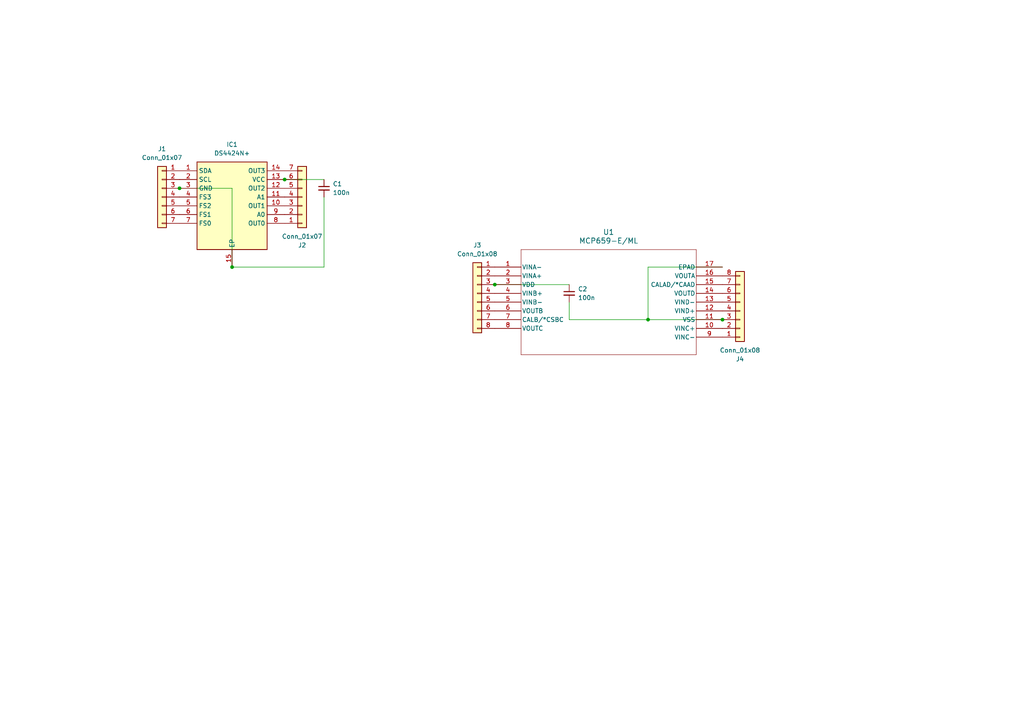
<source format=kicad_sch>
(kicad_sch (version 20250114) (generator "eeschema") (generator_version "9.0")
  (paper "A4")
  (lib_symbols
    (symbol "Connector_Generic:Conn_01x07" (pin_names (offset 1.016) (hide yes))
      (property "Reference" "J" (at 0 10.16 0))
      (property "Value" "Conn_01x07" (at 0 -10.16 0))
      (symbol "Conn_01x07_1_1"
        (rectangle (start -1.27 8.89) (end 1.27 -8.89) (stroke (width 0.254)) (fill (type background)))
        (rectangle (start -1.27 7.747) (end 0 7.493) (stroke (width 0.1524)))
        (rectangle (start -1.27 5.207) (end 0 4.953) (stroke (width 0.1524)))
        (rectangle (start -1.27 2.667) (end 0 2.413) (stroke (width 0.1524)))
        (rectangle (start -1.27 0.127) (end 0 -0.127) (stroke (width 0.1524)))
        (rectangle (start -1.27 -2.413) (end 0 -2.667) (stroke (width 0.1524)))
        (rectangle (start -1.27 -4.953) (end 0 -5.207) (stroke (width 0.1524)))
        (rectangle (start -1.27 -7.493) (end 0 -7.747) (stroke (width 0.1524)))
        (pin passive line (at -5.08 7.62 0) (length 3.81) (name "Pin_1") (number "1"))
        (pin passive line (at -5.08 5.08 0) (length 3.81) (name "Pin_2") (number "2"))
        (pin passive line (at -5.08 2.54 0) (length 3.81) (name "Pin_3") (number "3"))
        (pin passive line (at -5.08 0 0) (length 3.81) (name "Pin_4") (number "4"))
        (pin passive line (at -5.08 -2.54 0) (length 3.81) (name "Pin_5") (number "5"))
        (pin passive line (at -5.08 -5.08 0) (length 3.81) (name "Pin_6") (number "6"))
        (pin passive line (at -5.08 -7.62 0) (length 3.81) (name "Pin_7") (number "7"))
      )
    )
    (symbol "Connector_Generic:Conn_01x08" (pin_names (offset 1.016) (hide yes))
      (property "Reference" "J" (at 0 10.16 0))
      (property "Value" "Conn_01x08" (at 0 -12.7 0))
      (symbol "Conn_01x08_1_1"
        (rectangle (start -1.27 8.89) (end 1.27 -11.43) (stroke (width 0.254)) (fill (type background)))
        (rectangle (start -1.27 7.747) (end 0 7.493) (stroke (width 0.1524)))
        (rectangle (start -1.27 5.207) (end 0 4.953) (stroke (width 0.1524)))
        (rectangle (start -1.27 2.667) (end 0 2.413) (stroke (width 0.1524)))
        (rectangle (start -1.27 0.127) (end 0 -0.127) (stroke (width 0.1524)))
        (rectangle (start -1.27 -2.413) (end 0 -2.667) (stroke (width 0.1524)))
        (rectangle (start -1.27 -4.953) (end 0 -5.207) (stroke (width 0.1524)))
        (rectangle (start -1.27 -7.493) (end 0 -7.747) (stroke (width 0.1524)))
        (rectangle (start -1.27 -10.033) (end 0 -10.287) (stroke (width 0.1524)))
        (pin passive line (at -5.08 7.62 0) (length 3.81) (name "Pin_1") (number "1"))
        (pin passive line (at -5.08 5.08 0) (length 3.81) (name "Pin_2") (number "2"))
        (pin passive line (at -5.08 2.54 0) (length 3.81) (name "Pin_3") (number "3"))
        (pin passive line (at -5.08 0 0) (length 3.81) (name "Pin_4") (number "4"))
        (pin passive line (at -5.08 -2.54 0) (length 3.81) (name "Pin_5") (number "5"))
        (pin passive line (at -5.08 -5.08 0) (length 3.81) (name "Pin_6") (number "6"))
        (pin passive line (at -5.08 -7.62 0) (length 3.81) (name "Pin_7") (number "7"))
        (pin passive line (at -5.08 -10.16 0) (length 3.81) (name "Pin_8") (number "8"))
      )
    )
    (symbol "DS4424N+:DS4424N+"
      (property "Reference" "IC" (at 26.67 7.62 0))
      (property "Value" "DS4424N+" (at 26.67 5.08 0))
      (symbol "DS4424N+_1_1"
        (rectangle (start 5.08 2.54) (end 25.4 -22.86) (stroke (width 0.254)) (fill (type background)))
        (pin passive line (at 0 0 0) (length 5.08) (name "SDA") (number "1"))
        (pin passive line (at 0 -2.54 0) (length 5.08) (name "SCL") (number "2"))
        (pin passive line (at 0 -5.08 0) (length 5.08) (name "GND") (number "3"))
        (pin passive line (at 0 -7.62 0) (length 5.08) (name "FS3") (number "4"))
        (pin passive line (at 0 -10.16 0) (length 5.08) (name "FS2") (number "5"))
        (pin passive line (at 0 -12.7 0) (length 5.08) (name "FS1") (number "6"))
        (pin passive line (at 0 -15.24 0) (length 5.08) (name "FS0") (number "7"))
        (pin passive line (at 15.24 -27.94 90) (length 5.08) (name "EP") (number "15"))
        (pin passive line (at 30.48 0 180) (length 5.08) (name "OUT3") (number "14"))
        (pin passive line (at 30.48 -2.54 180) (length 5.08) (name "VCC") (number "13"))
        (pin passive line (at 30.48 -5.08 180) (length 5.08) (name "OUT2") (number "12"))
        (pin passive line (at 30.48 -7.62 180) (length 5.08) (name "A1") (number "11"))
        (pin passive line (at 30.48 -10.16 180) (length 5.08) (name "OUT1") (number "10"))
        (pin passive line (at 30.48 -12.7 180) (length 5.08) (name "A0") (number "9"))
        (pin passive line (at 30.48 -15.24 180) (length 5.08) (name "OUT0") (number "8"))
      )
    )
    (symbol "Device:C_Small" (pin_numbers (hide yes)) (pin_names (offset 0.254) (hide yes))
      (property "Reference" "C" (at 0.254 1.778 0))
      (property "Value" "C_Small" (at 0.254 -2.032 0))
      (symbol "C_Small_0_1"
        (polyline (pts (xy -1.524 0.508) (xy 1.524 0.508)) (stroke (width 0.3048)))
        (polyline (pts (xy -1.524 -0.508) (xy 1.524 -0.508)) (stroke (width 0.3302)))
      )
      (symbol "C_Small_1_1"
        (pin passive line (at 0 2.54 270) (length 2.032) (name "~") (number "1"))
        (pin passive line (at 0 -2.54 90) (length 2.032) (name "~") (number "2"))
      )
    )
    (symbol "MCP659-E-ML:MCP659-E_ML" (pin_names (offset 0.254))
      (property "Reference" "U1" (at 33.02 10.16 0))
      (property "Value" "MCP659-E/ML" (at 33.02 7.62 0))
      (symbol "MCP659-E_ML_0_1"
        (polyline (pts (xy 7.62 5.08) (xy 7.62 -25.4)) (stroke (width 0.127)))
        (polyline (pts (xy 7.62 -25.4) (xy 58.42 -25.4)) (stroke (width 0.127)))
        (polyline (pts (xy 58.42 5.08) (xy 7.62 5.08)) (stroke (width 0.127)))
        (polyline (pts (xy 58.42 -25.4) (xy 58.42 5.08)) (stroke (width 0.127)))
        (pin input line (at 0 0 0) (length 7.62) (name "VINA-") (number "1"))
        (pin input line (at 0 -2.54 0) (length 7.62) (name "VINA+") (number "2"))
        (pin power_in line (at 0 -5.08 0) (length 7.62) (name "VDD") (number "3"))
        (pin input line (at 0 -7.62 0) (length 7.62) (name "VINB+") (number "4"))
        (pin input line (at 0 -10.16 0) (length 7.62) (name "VINB-") (number "5"))
        (pin output line (at 0 -12.7 0) (length 7.62) (name "VOUTB") (number "6"))
        (pin unspecified line (at 0 -15.24 0) (length 7.62) (name "CALB/*CSBC") (number "7"))
        (pin output line (at 0 -17.78 0) (length 7.62) (name "VOUTC") (number "8"))
        (pin output line (at 66.04 -2.54 180) (length 7.62) (name "VOUTA") (number "16"))
        (pin unspecified line (at 66.04 -5.08 180) (length 7.62) (name "CALAD/*CAAD") (number "15"))
        (pin output line (at 66.04 -7.62 180) (length 7.62) (name "VOUTD") (number "14"))
        (pin input line (at 66.04 -10.16 180) (length 7.62) (name "VIND-") (number "13"))
        (pin input line (at 66.04 -12.7 180) (length 7.62) (name "VIND+") (number "12"))
        (pin power_in line (at 66.04 -15.24 180) (length 7.62) (name "VSS") (number "11"))
        (pin input line (at 66.04 -17.78 180) (length 7.62) (name "VINC+") (number "10"))
        (pin input line (at 66.04 -20.32 180) (length 7.62) (name "VINC-") (number "9"))
      )
      (symbol "MCP659-E_ML_1_1"
        (pin unspecified line (at 66.04 0 180) (length 7.62) (name "EPAD") (number "17"))
      )
    )
  )
  (junction (at 67.31 77.47))
  (junction (at 143.51 82.55))
  (junction (at 52.07 54.61))
  (junction (at 209.55 92.71))
  (junction (at 187.96 92.71))
  (junction (at 82.55 52.07))
  (wire (pts (xy 187.96 92.71) (xy 209.55 92.71)))
  (wire (pts (xy 165.1 87.63) (xy 165.1 92.71)))
  (wire (pts (xy 82.55 52.07) (xy 93.98 52.07)))
  (wire (pts (xy 67.31 77.47) (xy 67.31 54.61)))
  (wire (pts (xy 165.1 92.71) (xy 187.96 92.71)))
  (wire (pts (xy 93.98 77.47) (xy 67.31 77.47)))
  (wire (pts (xy 143.51 82.55) (xy 165.1 82.55)))
  (wire (pts (xy 67.31 54.61) (xy 52.07 54.61)))
  (wire (pts (xy 93.98 57.15) (xy 93.98 77.47)))
  (wire (pts (xy 187.96 77.47) (xy 187.96 92.71)))
  (wire (pts (xy 209.55 77.47) (xy 187.96 77.47)))
  (symbol (lib_id "Device:C_Small") (at 93.98 54.61 0) (unit 1)
    (property "Reference" "C1" (at 96.52 53.3462 0) (effects (justify left)))
    (property "Value" "100n" (at 96.52 55.8862 0) (effects (justify left)))
    (property "Footprint" "Capacitor_SMD:C_0402_1005Metric" (effects (hide yes)))
    (property "Description" "Unpolarized capacitor, small symbol" (effects (hide yes)))
  )
  (symbol (lib_id "Connector_Generic:Conn_01x08") (at 214.63 90.17 0) (mirror x) (unit 1)
    (property "Reference" "J4" (at 214.63 104.14 0))
    (property "Value" "Conn_01x08" (at 214.63 101.6 0))
    (property "Footprint" "Connector_PinHeader_2.54mm:PinHeader_1x08_P2.54mm_Vertical" (effects (hide yes)))
    (property "Description" "Generic connector, single row, 01x08, script generated (kicad-library-utils/schlib/autogen/connector/)" (effects (hide yes)))
  )
  (symbol (lib_id "Connector_Generic:Conn_01x08") (at 138.43 85.09 0) (mirror y) (unit 1)
    (property "Reference" "J3" (at 138.43 71.12 0))
    (property "Value" "Conn_01x08" (at 138.43 73.66 0))
    (property "Footprint" "Connector_PinHeader_2.54mm:PinHeader_1x08_P2.54mm_Vertical" (effects (hide yes)))
    (property "Description" "Generic connector, single row, 01x08, script generated (kicad-library-utils/schlib/autogen/connector/)" (effects (hide yes)))
  )
  (symbol (lib_id "Connector_Generic:Conn_01x07") (at 46.99 57.15 0) (mirror y) (unit 1)
    (property "Reference" "J1" (at 46.99 43.18 0))
    (property "Value" "Conn_01x07" (at 46.99 45.72 0))
    (property "Footprint" "Connector_PinHeader_2.54mm:PinHeader_1x07_P2.54mm_Vertical" (effects (hide yes)))
    (property "Description" "Generic connector, single row, 01x07, script generated (kicad-library-utils/schlib/autogen/connector/)" (effects (hide yes)))
  )
  (symbol (lib_id "Connector_Generic:Conn_01x07") (at 87.63 57.15 0) (mirror x) (unit 1)
    (property "Reference" "J2" (at 87.63 71.12 0))
    (property "Value" "Conn_01x07" (at 87.63 68.58 0))
    (property "Footprint" "Connector_PinHeader_2.54mm:PinHeader_1x07_P2.54mm_Vertical" (effects (hide yes)))
    (property "Description" "Generic connector, single row, 01x07, script generated (kicad-library-utils/schlib/autogen/connector/)" (effects (hide yes)))
  )
  (symbol (lib_id "DS4424N+:DS4424N+") (at 52.07 49.53 0) (unit 1)
    (property "Reference" "IC1" (at 67.31 41.91 0))
    (property "Value" "DS4424N+" (at 67.31 44.45 0))
    (property "Footprint" "DS4424N+:SON40P300X300X80-15N" (effects (hide yes)))
    (property "Datasheet" "https://pdfserv.maximintegrated.com/en/ds/DS4422-DS4424.pdf" (effects (hide yes)))
    (property "Description" "MAXIM INTEGRATED PRODUCTS - DS4424N+ - Digital to Analogue Converter, Programmable Sink/Source Current, 7 bit, I2C, 2.7V to 5.5V, TDFN" (effects (hide yes)))
    (property "Height" "0.8" (effects (hide yes)))
    (property "Manufacturer_Name" "Analog Devices" (effects (hide yes)))
    (property "Manufacturer_Part_Number" "DS4424N+" (effects (hide yes)))
    (property "Mouser Part Number" "700-DS4424N" (effects (hide yes)))
    (property "Mouser Price/Stock" "https://www.mouser.co.uk/ProductDetail/Analog-Devices-Maxim-Integrated/DS4424N%2b?qs=wTZ%2FFzl837Z0lhNFCWH61w%3D%3D" (effects (hide yes)))
    (property "Arrow Part Number" "DS4424N+" (effects (hide yes)))
    (property "Arrow Price/Stock" "https://www.arrow.com/en/products/ds4424n/analog-devices?region=nac" (effects (hide yes)))
  )
  (symbol (lib_id "MCP659-E-ML:MCP659-E_ML") (at 143.51 77.47 0) (unit 1)
    (property "Reference" "U1" (at 176.53 67.31 0) (effects (font (size 1.524 1.524))))
    (property "Value" "MCP659-E/ML" (at 176.53 69.85 0) (effects (font (size 1.524 1.524))))
    (property "Footprint" "MCP659-E-ML:QFN16_4x4MC_MCH-L" (effects (hide yes)))
    (property "Datasheet" "MCP659-E/ML" (effects (hide yes)))
  )
  (symbol (lib_id "Device:C_Small") (at 165.1 85.09 0) (unit 1)
    (property "Reference" "C2" (at 167.64 83.8262 0) (effects (justify left)))
    (property "Value" "100n" (at 167.64 86.3662 0) (effects (justify left)))
    (property "Footprint" "Capacitor_SMD:C_0402_1005Metric" (effects (hide yes)))
    (property "Description" "Unpolarized capacitor, small symbol" (effects (hide yes)))
  )
)
</source>
